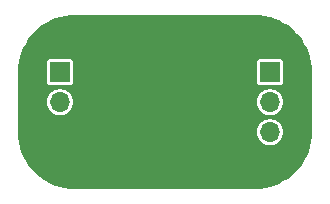
<source format=gbr>
%TF.GenerationSoftware,KiCad,Pcbnew,7.0.5*%
%TF.CreationDate,2023-12-18T16:38:18+02:00*%
%TF.ProjectId,Clock Oscillator,436c6f63-6b20-44f7-9363-696c6c61746f,rev?*%
%TF.SameCoordinates,Original*%
%TF.FileFunction,Copper,L2,Bot*%
%TF.FilePolarity,Positive*%
%FSLAX46Y46*%
G04 Gerber Fmt 4.6, Leading zero omitted, Abs format (unit mm)*
G04 Created by KiCad (PCBNEW 7.0.5) date 2023-12-18 16:38:18*
%MOMM*%
%LPD*%
G01*
G04 APERTURE LIST*
%TA.AperFunction,ComponentPad*%
%ADD10R,1.700000X1.700000*%
%TD*%
%TA.AperFunction,ComponentPad*%
%ADD11O,1.700000X1.700000*%
%TD*%
G04 APERTURE END LIST*
D10*
%TO.P,J1,1,Pin_1*%
%TO.N,/~{Reset}*%
X114300000Y-53340000D03*
D11*
%TO.P,J1,2,Pin_2*%
%TO.N,unconnected-(J1-Pin_2-Pad2)*%
X114300000Y-55880000D03*
%TO.P,J1,3,Pin_3*%
%TO.N,/GND*%
X114300000Y-58420000D03*
%TD*%
D10*
%TO.P,J2,1,Pin_1*%
%TO.N,/3.3V*%
X132080000Y-53340000D03*
D11*
%TO.P,J2,2,Pin_2*%
%TO.N,unconnected-(J2-Pin_2-Pad2)*%
X132080000Y-55880000D03*
%TO.P,J2,3,Pin_3*%
%TO.N,/CLK*%
X132080000Y-58420000D03*
%TD*%
%TA.AperFunction,Conductor*%
%TO.N,/GND*%
G36*
X130811351Y-48510556D02*
G01*
X131228236Y-48528757D01*
X131233589Y-48529226D01*
X131645967Y-48583516D01*
X131651268Y-48584451D01*
X132057331Y-48674473D01*
X132062529Y-48675866D01*
X132459208Y-48800938D01*
X132464288Y-48802787D01*
X132485202Y-48811450D01*
X132848552Y-48961954D01*
X132853422Y-48964225D01*
X133222350Y-49156277D01*
X133227028Y-49158979D01*
X133577807Y-49382449D01*
X133582235Y-49385549D01*
X133912203Y-49638743D01*
X133916335Y-49642211D01*
X134079798Y-49791996D01*
X134222989Y-49923206D01*
X134226801Y-49927019D01*
X134395212Y-50110808D01*
X134507780Y-50233654D01*
X134511259Y-50237799D01*
X134764450Y-50567764D01*
X134767549Y-50572190D01*
X134991015Y-50922960D01*
X134993713Y-50927632D01*
X135185763Y-51296555D01*
X135188050Y-51301460D01*
X135347209Y-51685705D01*
X135349060Y-51690790D01*
X135474126Y-52087447D01*
X135475527Y-52092674D01*
X135565545Y-52498722D01*
X135566485Y-52504051D01*
X135620771Y-52916390D01*
X135621243Y-52921781D01*
X135639439Y-53338553D01*
X135639498Y-53341257D01*
X135639498Y-58418644D01*
X135639439Y-58421348D01*
X135621238Y-58838213D01*
X135620766Y-58843604D01*
X135566481Y-59255943D01*
X135565541Y-59261272D01*
X135475522Y-59667323D01*
X135474122Y-59672550D01*
X135349058Y-60069201D01*
X135347207Y-60074286D01*
X135188047Y-60458534D01*
X135185760Y-60463438D01*
X134993721Y-60832340D01*
X134991015Y-60837026D01*
X134767545Y-61187805D01*
X134764441Y-61192238D01*
X134511262Y-61522188D01*
X134507783Y-61526333D01*
X134226799Y-61832973D01*
X134222973Y-61836799D01*
X133916333Y-62117783D01*
X133912188Y-62121262D01*
X133582238Y-62374441D01*
X133577805Y-62377545D01*
X133227026Y-62601015D01*
X133222340Y-62603721D01*
X132853438Y-62795760D01*
X132848534Y-62798047D01*
X132464286Y-62957207D01*
X132459201Y-62959058D01*
X132062550Y-63084122D01*
X132057323Y-63085522D01*
X131651272Y-63175541D01*
X131645943Y-63176481D01*
X131233604Y-63230766D01*
X131228213Y-63231238D01*
X130811349Y-63249439D01*
X130808645Y-63249498D01*
X115571348Y-63249498D01*
X115568644Y-63249439D01*
X115151781Y-63231240D01*
X115146390Y-63230768D01*
X114734052Y-63176482D01*
X114728723Y-63175542D01*
X114322674Y-63085524D01*
X114317455Y-63084126D01*
X114060473Y-63003100D01*
X113920791Y-62959058D01*
X113915706Y-62957207D01*
X113694946Y-62865765D01*
X113531455Y-62798044D01*
X113526565Y-62795764D01*
X113157634Y-62603710D01*
X113152967Y-62601015D01*
X112802190Y-62377545D01*
X112797766Y-62374447D01*
X112763352Y-62348040D01*
X112467798Y-62121253D01*
X112463663Y-62117783D01*
X112157023Y-61836799D01*
X112153197Y-61832973D01*
X111872213Y-61526333D01*
X111868745Y-61522201D01*
X111615551Y-61192233D01*
X111612451Y-61187805D01*
X111388982Y-60837027D01*
X111386276Y-60832341D01*
X111194228Y-60463421D01*
X111191957Y-60458551D01*
X111032789Y-60074285D01*
X111030940Y-60069204D01*
X111030939Y-60069201D01*
X110905867Y-59672524D01*
X110904475Y-59667323D01*
X110814454Y-59261267D01*
X110813519Y-59255966D01*
X110759229Y-58843588D01*
X110758760Y-58838235D01*
X110740554Y-58421252D01*
X110740527Y-58420000D01*
X130974785Y-58420000D01*
X130993602Y-58623082D01*
X131049417Y-58819247D01*
X131049422Y-58819260D01*
X131140327Y-59001821D01*
X131263237Y-59164581D01*
X131413958Y-59301980D01*
X131413960Y-59301982D01*
X131513141Y-59363392D01*
X131587363Y-59409348D01*
X131777544Y-59483024D01*
X131978024Y-59520500D01*
X131978026Y-59520500D01*
X132181974Y-59520500D01*
X132181976Y-59520500D01*
X132382456Y-59483024D01*
X132572637Y-59409348D01*
X132746041Y-59301981D01*
X132896764Y-59164579D01*
X133019673Y-59001821D01*
X133110582Y-58819250D01*
X133166397Y-58623083D01*
X133185215Y-58420000D01*
X133166397Y-58216917D01*
X133110582Y-58020750D01*
X133019673Y-57838179D01*
X132896764Y-57675421D01*
X132896762Y-57675418D01*
X132746041Y-57538019D01*
X132746039Y-57538017D01*
X132572642Y-57430655D01*
X132572635Y-57430651D01*
X132477546Y-57393814D01*
X132382456Y-57356976D01*
X132181976Y-57319500D01*
X131978024Y-57319500D01*
X131777544Y-57356976D01*
X131777541Y-57356976D01*
X131777541Y-57356977D01*
X131587364Y-57430651D01*
X131587357Y-57430655D01*
X131413960Y-57538017D01*
X131413958Y-57538019D01*
X131263237Y-57675418D01*
X131140327Y-57838178D01*
X131049422Y-58020739D01*
X131049417Y-58020752D01*
X130993602Y-58216917D01*
X130974785Y-58419999D01*
X130974785Y-58420000D01*
X110740527Y-58420000D01*
X110740496Y-58418563D01*
X110740496Y-58375830D01*
X110740496Y-57319500D01*
X110740496Y-55880000D01*
X113194785Y-55880000D01*
X113213602Y-56083082D01*
X113269417Y-56279247D01*
X113269422Y-56279260D01*
X113360327Y-56461821D01*
X113483237Y-56624581D01*
X113633958Y-56761980D01*
X113633960Y-56761982D01*
X113733141Y-56823392D01*
X113807363Y-56869348D01*
X113997544Y-56943024D01*
X114198024Y-56980500D01*
X114198026Y-56980500D01*
X114401974Y-56980500D01*
X114401976Y-56980500D01*
X114602456Y-56943024D01*
X114792637Y-56869348D01*
X114966041Y-56761981D01*
X115116764Y-56624579D01*
X115239673Y-56461821D01*
X115330582Y-56279250D01*
X115386397Y-56083083D01*
X115405215Y-55880000D01*
X130974785Y-55880000D01*
X130993602Y-56083082D01*
X131049417Y-56279247D01*
X131049422Y-56279260D01*
X131140327Y-56461821D01*
X131263237Y-56624581D01*
X131413958Y-56761980D01*
X131413960Y-56761982D01*
X131513141Y-56823392D01*
X131587363Y-56869348D01*
X131777544Y-56943024D01*
X131978024Y-56980500D01*
X131978026Y-56980500D01*
X132181974Y-56980500D01*
X132181976Y-56980500D01*
X132382456Y-56943024D01*
X132572637Y-56869348D01*
X132746041Y-56761981D01*
X132896764Y-56624579D01*
X133019673Y-56461821D01*
X133110582Y-56279250D01*
X133166397Y-56083083D01*
X133185215Y-55880000D01*
X133166397Y-55676917D01*
X133110582Y-55480750D01*
X133019673Y-55298179D01*
X132896764Y-55135421D01*
X132896762Y-55135418D01*
X132746041Y-54998019D01*
X132746039Y-54998017D01*
X132572642Y-54890655D01*
X132572635Y-54890651D01*
X132477546Y-54853814D01*
X132382456Y-54816976D01*
X132181976Y-54779500D01*
X131978024Y-54779500D01*
X131777544Y-54816976D01*
X131777541Y-54816976D01*
X131777541Y-54816977D01*
X131587364Y-54890651D01*
X131587357Y-54890655D01*
X131413960Y-54998017D01*
X131413958Y-54998019D01*
X131263237Y-55135418D01*
X131140327Y-55298178D01*
X131049422Y-55480739D01*
X131049417Y-55480752D01*
X130993602Y-55676917D01*
X130974785Y-55879999D01*
X130974785Y-55880000D01*
X115405215Y-55880000D01*
X115386397Y-55676917D01*
X115330582Y-55480750D01*
X115239673Y-55298179D01*
X115116764Y-55135421D01*
X115116762Y-55135418D01*
X114966041Y-54998019D01*
X114966039Y-54998017D01*
X114792642Y-54890655D01*
X114792635Y-54890651D01*
X114697546Y-54853814D01*
X114602456Y-54816976D01*
X114401976Y-54779500D01*
X114198024Y-54779500D01*
X113997544Y-54816976D01*
X113997541Y-54816976D01*
X113997541Y-54816977D01*
X113807364Y-54890651D01*
X113807357Y-54890655D01*
X113633960Y-54998017D01*
X113633958Y-54998019D01*
X113483237Y-55135418D01*
X113360327Y-55298178D01*
X113269422Y-55480739D01*
X113269417Y-55480752D01*
X113213602Y-55676917D01*
X113194785Y-55879999D01*
X113194785Y-55880000D01*
X110740496Y-55880000D01*
X110740497Y-54214678D01*
X113199500Y-54214678D01*
X113214032Y-54287735D01*
X113214033Y-54287739D01*
X113214034Y-54287740D01*
X113269399Y-54370601D01*
X113352260Y-54425966D01*
X113352264Y-54425967D01*
X113425321Y-54440499D01*
X113425324Y-54440500D01*
X113425326Y-54440500D01*
X115174676Y-54440500D01*
X115174677Y-54440499D01*
X115247740Y-54425966D01*
X115330601Y-54370601D01*
X115385966Y-54287740D01*
X115400499Y-54214678D01*
X130979500Y-54214678D01*
X130994032Y-54287735D01*
X130994033Y-54287739D01*
X130994034Y-54287740D01*
X131049399Y-54370601D01*
X131132260Y-54425965D01*
X131132260Y-54425966D01*
X131132264Y-54425967D01*
X131205321Y-54440499D01*
X131205324Y-54440500D01*
X131205326Y-54440500D01*
X132954676Y-54440500D01*
X132954677Y-54440499D01*
X133027740Y-54425966D01*
X133110601Y-54370601D01*
X133165966Y-54287740D01*
X133180500Y-54214674D01*
X133180500Y-52465326D01*
X133180500Y-52465325D01*
X133180500Y-52465323D01*
X133180499Y-52465321D01*
X133165967Y-52392264D01*
X133165966Y-52392260D01*
X133110601Y-52309399D01*
X133027740Y-52254034D01*
X133027739Y-52254033D01*
X133027735Y-52254032D01*
X132954677Y-52239500D01*
X132954674Y-52239500D01*
X131205326Y-52239500D01*
X131205323Y-52239500D01*
X131132264Y-52254032D01*
X131132260Y-52254033D01*
X131049399Y-52309399D01*
X130994033Y-52392260D01*
X130994032Y-52392264D01*
X130979500Y-52465321D01*
X130979500Y-54214678D01*
X115400499Y-54214678D01*
X115400500Y-54214674D01*
X115400500Y-52465326D01*
X115400499Y-52465325D01*
X115400500Y-52465323D01*
X115400499Y-52465321D01*
X115385967Y-52392264D01*
X115385966Y-52392260D01*
X115385965Y-52392259D01*
X115330601Y-52309399D01*
X115247740Y-52254034D01*
X115247739Y-52254033D01*
X115247735Y-52254032D01*
X115174677Y-52239500D01*
X115174674Y-52239500D01*
X113425326Y-52239500D01*
X113425323Y-52239500D01*
X113352264Y-52254032D01*
X113352260Y-52254033D01*
X113269399Y-52309399D01*
X113214033Y-52392260D01*
X113214032Y-52392264D01*
X113199500Y-52465321D01*
X113199500Y-54214678D01*
X110740497Y-54214678D01*
X110740497Y-53341303D01*
X110740554Y-53338691D01*
X110758758Y-52921759D01*
X110759227Y-52916410D01*
X110813516Y-52504038D01*
X110814454Y-52498726D01*
X110904475Y-52092671D01*
X110905869Y-52087464D01*
X111030942Y-51690782D01*
X111032778Y-51685737D01*
X111191956Y-51301445D01*
X111194223Y-51296584D01*
X111386296Y-50927616D01*
X111388969Y-50922987D01*
X111612460Y-50572177D01*
X111615539Y-50567779D01*
X111868753Y-50237784D01*
X111872213Y-50233663D01*
X112153197Y-49927023D01*
X112157023Y-49923197D01*
X112463663Y-49642213D01*
X112467784Y-49638753D01*
X112797779Y-49385539D01*
X112802177Y-49382460D01*
X113152987Y-49158969D01*
X113157616Y-49156296D01*
X113526584Y-48964223D01*
X113531445Y-48961956D01*
X113915737Y-48802778D01*
X113920782Y-48800942D01*
X114317464Y-48675869D01*
X114322671Y-48674475D01*
X114728726Y-48584454D01*
X114734038Y-48583516D01*
X115146410Y-48529227D01*
X115151759Y-48528758D01*
X115568646Y-48510557D01*
X115571351Y-48510498D01*
X115665522Y-48510498D01*
X115665531Y-48510497D01*
X130808647Y-48510497D01*
X130811351Y-48510556D01*
G37*
%TD.AperFunction*%
%TD*%
M02*

</source>
